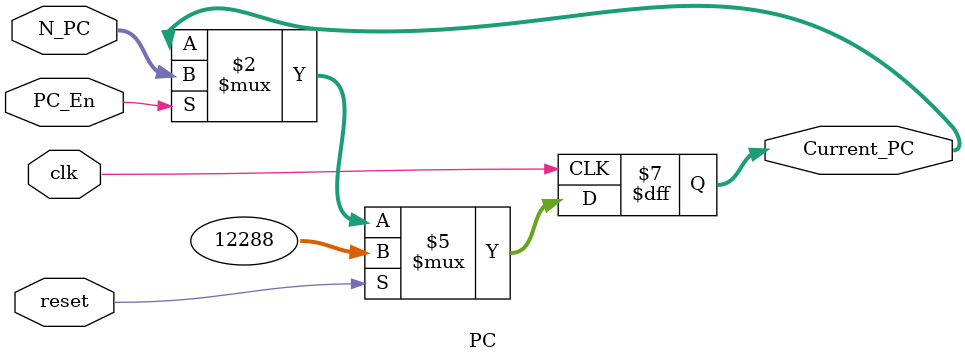
<source format=v>
`timescale 1ns / 1ps
module PC(
    input clk,
    input reset,
	 input PC_En,
    input [31:0] N_PC,
    output reg [31:0] Current_PC
    );
	/*initial
		begin
			PC <= 32'h0x00003000;
		end*/
	always@(posedge clk)
		begin
			if(reset)
				Current_PC <= 32'h00003000;
			else
				if (PC_En)
					begin
						Current_PC <= N_PC[31:0];
					end
		end

endmodule

</source>
